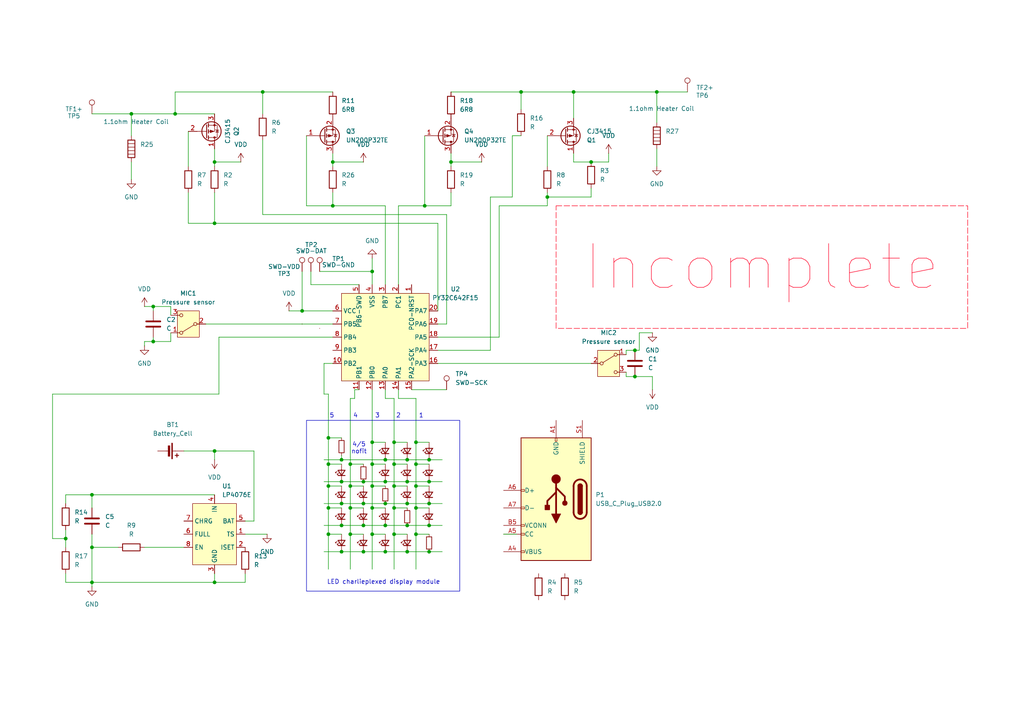
<source format=kicad_sch>
(kicad_sch (version 20231120) (generator "eeschema") (generator_version "8.0")
  (paper "A4")
  (title_block (title "Hayati Pro Ultra e-cigarette") (date "2024-12-29"))
  (lib_symbols
    (symbol "Battery_Management_Local:LP4076E"
      (property "Reference" "U" (at -6.604 10.668 0))
      (property "Value" "LP4076E" (at 11.43 9.652 0))
      (symbol "LP4076E_1_1"
        (rectangle (start -6.35 8.89) (end 6.35 -8.89) (fill (type background)))
        (pin input line (at 8.89 0 180) (length 2.54) (name "TS") (number "1"))
        (pin input line (at 8.89 -3.81 180) (length 2.54) (name "ISET") (number "2"))
        (pin power_in line (at 0 -11.43 90) (length 2.54) (name "GND") (number "3"))
        (pin power_in line (at 0 11.43 270) (length 2.54) (name "IN") (number "4"))
        (pin power_out line (at 8.89 3.81 180) (length 2.54) (name "BAT") (number "5"))
        (pin input line (at -8.89 0 0) (length 2.54) (name "FULL") (number "6"))
        (pin input line (at -8.89 3.81 0) (length 2.54) (name "CHRG") (number "7"))
        (pin input line (at -8.89 -3.81 0) (length 2.54) (name "EN") (number "8"))
      )
    )
    (symbol "Connector:TestPoint" (pin_numbers hide) (pin_names (offset 0.762) hide)
      (property "Reference" "TP" (at 0 6.858 0))
      (property "Value" "TestPoint" (at 0 5.08 0))
      (symbol "TestPoint_0_1"
        (circle (center 0 3.302) (radius 0.762))
      )
      (symbol "TestPoint_1_1"
        (pin passive line (at 0 0 90) (length 2.54) (name "1") (number "1"))
      )
    )
    (symbol "Connector:USB_C_Plug_USB2.0" (pin_names (offset 1.016))
      (property "Reference" "P" (at -10.16 19.05 0))
      (property "Value" "USB_C_Plug_USB2.0" (at 12.7 19.05 0))
      (symbol "USB_C_Plug_USB2.0_0_0"
        (rectangle (start -0.254 -17.78) (end 0.254 -16.764))
        (rectangle (start 10.16 -2.286) (end 9.144 -2.794))
        (rectangle (start 10.16 2.794) (end 9.144 2.286))
        (rectangle (start 10.16 7.874) (end 9.144 7.366))
        (rectangle (start 10.16 10.414) (end 9.144 9.906))
        (rectangle (start 10.16 15.494) (end 9.144 14.986))
      )
      (symbol "USB_C_Plug_USB2.0_0_1"
        (rectangle (start -10.16 17.78) (end 10.16 -17.78) (stroke (width 0.254)) (fill (type background)))
        (arc (start -8.89 -3.81) (mid -6.985 -5.7067) (end -5.08 -3.81) (stroke (width 0.508)))
        (arc (start -7.62 -3.81) (mid -6.985 -4.4423) (end -6.35 -3.81) (stroke (width 0.254)))
        (arc (start -7.62 -3.81) (mid -6.985 -4.4423) (end -6.35 -3.81) (stroke (width 0.254)) (fill (type outline)))
        (rectangle (start -7.62 -3.81) (end -6.35 3.81) (stroke (width 0.254)) (fill (type outline)))
        (arc (start -6.35 3.81) (mid -6.985 4.4423) (end -7.62 3.81) (stroke (width 0.254)))
        (arc (start -6.35 3.81) (mid -6.985 4.4423) (end -7.62 3.81) (stroke (width 0.254)) (fill (type outline)))
        (arc (start -5.08 3.81) (mid -6.985 5.7067) (end -8.89 3.81) (stroke (width 0.508)))
        (circle (center -2.54 1.143) (radius 0.635) (stroke (width 0.254)) (fill (type outline)))
        (circle (center 0 -5.842) (radius 1.27) (fill (type outline)))
        (polyline (pts (xy -8.89 -3.81) (xy -8.89 3.81)) (stroke (width 0.508)))
        (polyline (pts (xy -5.08 3.81) (xy -5.08 -3.81)) (stroke (width 0.508)))
        (polyline (pts (xy 0 -5.842) (xy 0 4.318)) (stroke (width 0.508)))
        (polyline (pts (xy 0 -3.302) (xy -2.54 -0.762) (xy -2.54 0.508)) (stroke (width 0.508)))
        (polyline (pts (xy 0 -2.032) (xy 2.54 0.508) (xy 2.54 1.778)) (stroke (width 0.508)))
        (polyline (pts (xy -1.27 4.318) (xy 0 6.858) (xy 1.27 4.318) (xy -1.27 4.318)) (stroke (width 0.254)) (fill (type outline)))
        (rectangle (start 1.905 1.778) (end 3.175 3.048) (stroke (width 0.254)) (fill (type outline)))
      )
      (symbol "USB_C_Plug_USB2.0_1_1"
        (pin passive line (at 0 -22.86 90) (length 5.08) (name "GND") (number "A1"))
        (pin passive line (at 0 -22.86 90) (length 5.08) hide (name "GND") (number "A12"))
        (pin passive line (at 15.24 15.24 180) (length 5.08) (name "VBUS") (number "A4"))
        (pin bidirectional line (at 15.24 10.16 180) (length 5.08) (name "CC") (number "A5"))
        (pin bidirectional line (at 15.24 -2.54 180) (length 5.08) (name "D+") (number "A6"))
        (pin bidirectional line (at 15.24 2.54 180) (length 5.08) (name "D-") (number "A7"))
        (pin passive line (at 15.24 15.24 180) (length 5.08) hide (name "VBUS") (number "A9"))
        (pin passive line (at 0 -22.86 90) (length 5.08) hide (name "GND") (number "B1"))
        (pin passive line (at 0 -22.86 90) (length 5.08) hide (name "GND") (number "B12"))
        (pin passive line (at 15.24 15.24 180) (length 5.08) hide (name "VBUS") (number "B4"))
        (pin bidirectional line (at 15.24 7.62 180) (length 5.08) (name "VCONN") (number "B5"))
        (pin passive line (at 15.24 15.24 180) (length 5.08) hide (name "VBUS") (number "B9"))
        (pin passive line (at -7.62 -22.86 90) (length 5.08) (name "SHIELD") (number "S1"))
      )
    )
    (symbol "Device:Battery_Cell" (pin_numbers hide) (pin_names (offset 0) hide)
      (property "Reference" "BT" (at 2.54 2.54 0))
      (property "Value" "Battery_Cell" (at 2.54 0 0))
      (symbol "Battery_Cell_0_1"
        (rectangle (start -2.286 1.778) (end 2.286 1.524) (fill (type outline)))
        (rectangle (start -1.524 1.016) (end 1.524 0.508) (fill (type outline)))
        (polyline (pts (xy 0 0.762) (xy 0 0)))
        (polyline (pts (xy 0 1.778) (xy 0 2.54)))
        (polyline (pts (xy 0.762 3.048) (xy 1.778 3.048)) (stroke (width 0.254)))
        (polyline (pts (xy 1.27 3.556) (xy 1.27 2.54)) (stroke (width 0.254)))
      )
      (symbol "Battery_Cell_1_1"
        (pin passive line (at 0 5.08 270) (length 2.54) (name "+") (number "1"))
        (pin passive line (at 0 -2.54 90) (length 2.54) (name "-") (number "2"))
      )
    )
    (symbol "Device:C" (pin_numbers hide) (pin_names (offset 0.254))
      (property "Reference" "C" (at 0.635 2.54 0))
      (property "Value" "C" (at 0.635 -2.54 0))
      (symbol "C_0_1"
        (polyline (pts (xy -2.032 -0.762) (xy 2.032 -0.762)) (stroke (width 0.508)))
        (polyline (pts (xy -2.032 0.762) (xy 2.032 0.762)) (stroke (width 0.508)))
      )
      (symbol "C_1_1"
        (pin passive line (at 0 3.81 270) (length 2.794) (name "~") (number "1"))
        (pin passive line (at 0 -3.81 90) (length 2.794) (name "~") (number "2"))
      )
    )
    (symbol "Device:Heater" (pin_numbers hide) (pin_names (offset 0))
      (property "Reference" "R" (at 2.032 0 90))
      (property "Value" "Heater" (at -2.032 0 90))
      (symbol "Heater_0_1"
        (rectangle (start -1.016 -2.54) (end 1.016 2.54) (stroke (width 0.254)))
        (polyline (pts (xy -1.016 1.524) (xy 1.016 1.524)))
        (polyline (pts (xy 1.016 -1.524) (xy -1.016 -1.524)))
        (polyline (pts (xy 1.016 -0.508) (xy -1.016 -0.508)))
        (polyline (pts (xy 1.016 0.508) (xy -1.016 0.508)))
      )
      (symbol "Heater_1_1"
        (pin passive line (at 0 3.81 270) (length 1.27) (name "~") (number "1"))
        (pin passive line (at 0 -3.81 90) (length 1.27) (name "~") (number "2"))
      )
    )
    (symbol "Device:LED_Small" (pin_numbers hide) (pin_names (offset 0.254) hide)
      (property "Reference" "D" (at -1.27 3.175 0))
      (property "Value" "LED_Small" (at -4.445 -2.54 0))
      (symbol "LED_Small_0_1"
        (polyline (pts (xy -0.762 -1.016) (xy -0.762 1.016)) (stroke (width 0.254)))
        (polyline (pts (xy 1.016 0) (xy -0.762 0)))
        (polyline (pts (xy 0.762 -1.016) (xy -0.762 0) (xy 0.762 1.016) (xy 0.762 -1.016)) (stroke (width 0.254)))
        (polyline (pts (xy 0 0.762) (xy -0.508 1.27) (xy -0.254 1.27) (xy -0.508 1.27) (xy -0.508 1.016)))
        (polyline (pts (xy 0.508 1.27) (xy 0 1.778) (xy 0.254 1.778) (xy 0 1.778) (xy 0 1.524)))
      )
      (symbol "LED_Small_1_1"
        (pin passive line (at -2.54 0 0) (length 1.778) (name "K") (number "1"))
        (pin passive line (at 2.54 0 180) (length 1.778) (name "A") (number "2"))
      )
    )
    (symbol "Device:R" (pin_numbers hide) (pin_names (offset 0))
      (property "Reference" "R" (at 2.032 0 90))
      (property "Value" "R" (at 0 0 90))
      (symbol "R_0_1"
        (rectangle (start -1.016 -2.54) (end 1.016 2.54) (stroke (width 0.254)))
      )
      (symbol "R_1_1"
        (pin passive line (at 0 3.81 270) (length 1.27) (name "~") (number "1"))
        (pin passive line (at 0 -3.81 90) (length 1.27) (name "~") (number "2"))
      )
    )
    (symbol "Device:R_Small" (pin_numbers hide) (pin_names (offset 0.254) hide)
      (property "Reference" "R" (at 0.762 0.508 0))
      (property "Value" "R_Small" (at 0.762 -1.016 0))
      (symbol "R_Small_0_1"
        (rectangle (start -0.762 1.778) (end 0.762 -1.778) (stroke (width 0.2032)))
      )
      (symbol "R_Small_1_1"
        (pin passive line (at 0 2.54 270) (length 0.762) (name "~") (number "1"))
        (pin passive line (at 0 -2.54 90) (length 0.762) (name "~") (number "2"))
      )
    )
    (symbol "MCU_Puya:PY32C642F15"
      (property "Reference" "U" (at 24.13 7.62 0))
      (property "Value" "PY32C642F15" (at 20.066 12.954 0))
      (symbol "PY32C642F15_0_1"
        (rectangle (start -3.81 -24.13) (end -3.81 -24.13))
        (rectangle (start -3.81 -24.13) (end -3.81 -24.13))
        (rectangle (start -3.81 -24.13) (end -3.81 -24.13))
        (rectangle (start -2.54 -19.05) (end -2.54 -19.05))
        (rectangle (start -2.54 -19.05) (end -2.54 -19.05))
      )
      (symbol "PY32C642F15_1_0"
        (pin bidirectional line (at -15.24 7.62 0) (length 2.54) (name "PC0-NRST") (number "1"))
        (pin bidirectional line (at 7.62 -15.24 90) (length 2.54) (name "PB2") (number "10"))
        (pin bidirectional line (at 15.24 -7.62 180) (length 2.54) (name "PB1") (number "11"))
        (pin bidirectional line (at 15.24 -3.81 180) (length 2.54) (name "PB0") (number "12"))
        (pin bidirectional line (at 15.24 0 180) (length 2.54) (name "PA0") (number "13"))
        (pin bidirectional line (at 15.24 3.81 180) (length 2.54) (name "PA1") (number "14"))
        (pin bidirectional line (at 15.24 7.62 180) (length 2.54) (name "PA2-SCK") (number "15"))
        (pin bidirectional line (at 7.62 15.24 270) (length 2.54) (name "PA3") (number "16"))
        (pin bidirectional line (at 3.81 15.24 270) (length 2.54) (name "PA4") (number "17"))
        (pin bidirectional line (at 0 15.24 270) (length 2.54) (name "PA5") (number "18"))
        (pin bidirectional line (at -3.81 15.24 270) (length 2.54) (name "PA6") (number "19"))
        (pin bidirectional line (at -15.24 3.81 0) (length 2.54) (name "PC1") (number "2"))
        (pin bidirectional line (at -7.62 15.24 270) (length 2.54) (name "PA7") (number "20"))
        (pin bidirectional line (at -15.24 0 0) (length 2.54) (name "PB7") (number "3"))
        (pin power_in line (at -15.24 -3.81 0) (length 2.54) (name "VSS") (number "4"))
        (pin bidirectional line (at -15.24 -7.62 0) (length 2.54) (name "PB6-SWD") (number "5"))
        (pin power_in line (at -7.62 -15.24 90) (length 2.54) (name "VCC") (number "6"))
        (pin bidirectional line (at -3.81 -15.24 90) (length 2.54) (name "PB5") (number "7"))
        (pin bidirectional line (at 0 -15.24 90) (length 2.54) (name "PB4") (number "8"))
        (pin bidirectional line (at 3.81 -15.24 90) (length 2.54) (name "PB3") (number "9"))
      )
      (symbol "PY32C642F15_1_1"
        (rectangle (start -12.7 12.7) (end 12.7 -12.7) (fill (type background)))
      )
    )
    (symbol "Switch:SW_SPDT" (pin_names (offset 0) hide)
      (property "Reference" "SW" (at 0 5.08 0))
      (property "Value" "SW_SPDT" (at 0 -5.08 0))
      (symbol "SW_SPDT_0_1"
        (circle (center -2.032 0) (radius 0.4572))
        (polyline (pts (xy -1.651 0.254) (xy 1.651 2.286)))
        (circle (center 2.032 -2.54) (radius 0.4572))
        (circle (center 2.032 2.54) (radius 0.4572))
      )
      (symbol "SW_SPDT_1_1"
        (rectangle (start -3.175 3.81) (end 3.175 -3.81) (fill (type background)))
        (pin passive line (at 5.08 2.54 180) (length 2.54) (name "A") (number "1"))
        (pin passive line (at -5.08 0 0) (length 2.54) (name "B") (number "2"))
        (pin passive line (at 5.08 -2.54 180) (length 2.54) (name "C") (number "3"))
      )
    )
    (symbol "Transistor_FET_local:CJ3415" (pin_names hide)
      (property "Reference" "Q" (at 5.08 1.905 0))
      (property "Value" "CJ3415" (at 5.08 0 0))
      (symbol "CJ3415_0_1"
        (polyline (pts (xy 0.254 0) (xy -2.54 0)))
        (polyline (pts (xy 0.254 1.905) (xy 0.254 -1.905)) (stroke (width 0.254)))
        (polyline (pts (xy 0.762 -1.27) (xy 0.762 -2.286)) (stroke (width 0.254)))
        (polyline (pts (xy 0.762 0.508) (xy 0.762 -0.508)) (stroke (width 0.254)))
        (polyline (pts (xy 0.762 2.286) (xy 0.762 1.27)) (stroke (width 0.254)))
        (polyline (pts (xy 2.54 2.54) (xy 2.54 1.778)))
        (polyline (pts (xy 2.54 -2.54) (xy 2.54 0) (xy 0.762 0)))
        (polyline (pts (xy 0.762 1.778) (xy 3.302 1.778) (xy 3.302 -1.778) (xy 0.762 -1.778)))
        (polyline (pts (xy 2.286 0) (xy 1.27 0.381) (xy 1.27 -0.381) (xy 2.286 0)) (fill (type outline)))
        (polyline (pts (xy 2.794 -0.508) (xy 2.921 -0.381) (xy 3.683 -0.381) (xy 3.81 -0.254)))
        (polyline (pts (xy 3.302 -0.381) (xy 2.921 0.254) (xy 3.683 0.254) (xy 3.302 -0.381)))
        (circle (center 1.651 0) (radius 2.794) (stroke (width 0.254)))
        (circle (center 2.54 -1.778) (radius 0.254) (fill (type outline)))
        (circle (center 2.54 1.778) (radius 0.254) (fill (type outline)))
      )
      (symbol "CJ3415_1_1"
        (pin passive line (at 2.54 5.08 270) (length 2.54) (name "D") (number "1"))
        (pin input line (at -5.08 0 0) (length 2.54) (name "G") (number "2"))
        (pin passive line (at 2.54 -5.08 90) (length 2.54) (name "S") (number "3"))
      )
    )
    (symbol "Transistor_FET_local:UN200P32TE" (pin_names hide)
      (property "Reference" "Q" (at 5.08 2.54 0))
      (property "Value" "UN200P32TE" (at 5.08 0 0))
      (symbol "UN200P32TE_1_1"
        (polyline (pts (xy -1.016 0) (xy -3.81 0)))
        (polyline (pts (xy -1.016 1.905) (xy -1.016 -1.905)) (stroke (width 0.254)))
        (polyline (pts (xy -0.508 -1.27) (xy -0.508 -2.286)) (stroke (width 0.254)))
        (polyline (pts (xy -0.508 0.508) (xy -0.508 -0.508)) (stroke (width 0.254)))
        (polyline (pts (xy -0.508 2.286) (xy -0.508 1.27)) (stroke (width 0.254)))
        (polyline (pts (xy 1.27 -1.905) (xy 1.27 -2.54)))
        (polyline (pts (xy 1.27 2.54) (xy 1.27 0) (xy -0.508 0)))
        (polyline (pts (xy -0.508 -1.778) (xy 2.032 -1.778) (xy 2.032 1.778) (xy -0.508 1.778)))
        (polyline (pts (xy 1.016 0) (xy 0 -0.381) (xy 0 0.381) (xy 1.016 0)) (fill (type outline)))
        (polyline (pts (xy 1.524 0.508) (xy 1.651 0.381) (xy 2.413 0.381) (xy 2.54 0.254)))
        (polyline (pts (xy 2.032 0.381) (xy 1.651 -0.254) (xy 2.413 -0.254) (xy 2.032 0.381)))
        (circle (center 0.381 0) (radius 2.794) (stroke (width 0.254)))
        (circle (center 1.27 -1.778) (radius 0.254) (fill (type outline)))
        (circle (center 1.27 1.778) (radius 0.254) (fill (type outline)))
        (pin input line (at -6.35 0 0) (length 2.54) (name "GP") (number "1"))
        (pin passive line (at 1.27 5.08 270) (length 2.54) (name "SP") (number "2"))
        (pin passive line (at 1.27 -5.08 90) (length 2.54) (name "DP") (number "3"))
      )
    )
    (symbol "power:GND" (power) (pin_numbers hide) (pin_names (offset 0) hide)
      (property "Value" "GND" (at 0 -3.81 0))
      (symbol "GND_0_1"
        (polyline (pts (xy 0 0) (xy 0 -1.27) (xy 1.27 -1.27) (xy 0 -2.54) (xy -1.27 -1.27) (xy 0 -1.27)))
      )
      (symbol "GND_1_1"
        (pin power_in line (at 0 0 270) (length 0) (name "~") (number "1"))
      )
    )
    (symbol "power:VDD" (power) (pin_numbers hide) (pin_names (offset 0) hide)
      (property "Value" "VDD" (at 0 3.556 0))
      (symbol "VDD_0_1"
        (polyline (pts (xy -0.762 1.27) (xy 0 2.54)))
        (polyline (pts (xy 0 0) (xy 0 2.54)))
        (polyline (pts (xy 0 2.54) (xy 0.762 1.27)))
      )
      (symbol "VDD_1_1"
        (pin power_in line (at 0 0 90) (length 0) (name "~") (number "1"))
      )
    )
  )
  (junction (at 130.81 46.99))
  (junction (at 123.19 59.69))
  (junction (at 124.46 133.35))
  (junction (at 111.76 139.7))
  (junction (at 111.76 152.4))
  (junction (at 166.37 26.67))
  (junction (at 118.11 133.35))
  (junction (at 105.41 139.7))
  (junction (at 151.13 26.67))
  (junction (at 44.45 88.9))
  (junction (at 111.76 146.05))
  (junction (at 118.11 146.05))
  (junction (at 184.15 101.6))
  (junction (at 62.23 64.77))
  (junction (at 120.65 147.32))
  (junction (at 76.2 26.67))
  (junction (at 19.05 156.21))
  (junction (at 96.52 59.69))
  (junction (at 96.52 46.99))
  (junction (at 114.3 154.94))
  (junction (at 107.95 128.27))
  (junction (at 62.23 168.91))
  (junction (at 99.06 146.05))
  (junction (at 99.06 133.35))
  (junction (at 124.46 152.4))
  (junction (at 107.95 134.62))
  (junction (at 105.41 160.02))
  (junction (at 158.75 57.15))
  (junction (at 62.23 130.81))
  (junction (at 124.46 160.02))
  (junction (at 99.06 152.4))
  (junction (at 95.25 147.32))
  (junction (at 118.11 152.4))
  (junction (at 111.76 160.02))
  (junction (at 99.06 160.02))
  (junction (at 120.65 140.97))
  (junction (at 124.46 146.05))
  (junction (at 101.6 140.97))
  (junction (at 26.67 168.91))
  (junction (at 114.3 147.32))
  (junction (at 101.6 154.94))
  (junction (at 87.63 90.17))
  (junction (at 118.11 139.7))
  (junction (at 95.25 134.62))
  (junction (at 38.1 33.02))
  (junction (at 107.95 78.74))
  (junction (at 50.8 33.02))
  (junction (at 111.76 133.35))
  (junction (at 105.41 152.4))
  (junction (at 120.65 128.27))
  (junction (at 62.23 46.99))
  (junction (at 120.65 154.94))
  (junction (at 101.6 147.32))
  (junction (at 101.6 134.62))
  (junction (at 107.95 140.97))
  (junction (at 44.45 99.06))
  (junction (at 95.25 127))
  (junction (at 26.67 158.75))
  (junction (at 184.15 109.22))
  (junction (at 105.41 146.05))
  (junction (at 114.3 128.27))
  (junction (at 95.25 140.97))
  (junction (at 107.95 147.32))
  (junction (at 120.65 134.62))
  (junction (at 114.3 140.97))
  (junction (at 171.45 46.99))
  (junction (at 26.67 143.51))
  (junction (at 118.11 160.02))
  (junction (at 190.5 26.67))
  (junction (at 107.95 154.94))
  (junction (at 124.46 139.7))
  (junction (at 114.3 134.62))
  (junction (at 95.25 154.94))
  (junction (at 99.06 139.7))
  (wire (pts (xy 26.67 168.91) (xy 26.67 158.75)))
  (wire (pts (xy 115.57 115.57) (xy 115.57 113.03)))
  (wire (pts (xy 115.57 59.69) (xy 123.19 59.69)))
  (wire (pts (xy 120.65 147.32) (xy 120.65 154.94)))
  (wire (pts (xy 87.63 78.74) (xy 87.63 90.17)))
  (wire (pts (xy 111.76 139.7) (xy 118.11 139.7)))
  (wire (pts (xy 26.67 170.18) (xy 26.67 168.91)))
  (wire (pts (xy 41.91 158.75) (xy 53.34 158.75)))
  (wire (pts (xy 114.3 154.94) (xy 118.11 154.94)))
  (wire (pts (xy 93.98 146.05) (xy 99.06 146.05)))
  (wire (pts (xy 93.98 139.7) (xy 99.06 139.7)))
  (wire (pts (xy 111.76 146.05) (xy 118.11 146.05)))
  (wire (pts (xy 101.6 115.57) (xy 102.87 115.57)))
  (wire (pts (xy 90.17 82.55) (xy 104.14 82.55)))
  (wire (pts (xy 127 105.41) (xy 171.45 105.41)))
  (wire (pts (xy 111.76 115.57) (xy 111.76 113.03)))
  (wire (pts (xy 26.67 143.51) (xy 62.23 143.51)))
  (wire (pts (xy 115.57 82.55) (xy 115.57 59.69)))
  (wire (pts (xy 93.98 105.41) (xy 93.98 114.3)))
  (wire (pts (xy 158.75 39.37) (xy 158.75 48.26)))
  (wire (pts (xy 62.23 130.81) (xy 62.23 133.35)))
  (wire (pts (xy 99.06 160.02) (xy 105.41 160.02)))
  (wire (pts (xy 127 93.98) (xy 129.54 93.98)))
  (wire (pts (xy 101.6 134.62) (xy 101.6 140.97)))
  (wire (pts (xy 111.76 59.69) (xy 96.52 59.69)))
  (wire (pts (xy 62.23 55.88) (xy 62.23 64.77)))
  (wire (pts (xy 92.71 78.74) (xy 107.95 78.74)))
  (wire (pts (xy 114.3 115.57) (xy 114.3 128.27)))
  (wire (pts (xy 111.76 160.02) (xy 118.11 160.02)))
  (wire (pts (xy 107.95 134.62) (xy 111.76 134.62)))
  (wire (pts (xy 142.24 57.15) (xy 148.59 57.15)))
  (wire (pts (xy 76.2 33.02) (xy 76.2 26.67)))
  (wire (pts (xy 26.67 143.51) (xy 26.67 147.32)))
  (wire (pts (xy 120.65 140.97) (xy 124.46 140.97)))
  (wire (pts (xy 107.95 140.97) (xy 111.76 140.97)))
  (wire (pts (xy 123.19 59.69) (xy 123.19 39.37)))
  (wire (pts (xy 54.61 64.77) (xy 62.23 64.77)))
  (wire (pts (xy 184.15 109.22) (xy 189.23 109.22)))
  (wire (pts (xy 114.3 140.97) (xy 118.11 140.97)))
  (wire (pts (xy 148.59 39.37) (xy 151.13 39.37)))
  (wire (pts (xy 38.1 46.99) (xy 38.1 52.07)))
  (wire (pts (xy 101.6 154.94) (xy 105.41 154.94)))
  (wire (pts (xy 130.81 46.99) (xy 130.81 48.26)))
  (wire (pts (xy 111.76 133.35) (xy 118.11 133.35)))
  (wire (pts (xy 38.1 33.02) (xy 50.8 33.02)))
  (wire (pts (xy 50.8 33.02) (xy 62.23 33.02)))
  (wire (pts (xy 118.11 133.35) (xy 124.46 133.35)))
  (wire (pts (xy 142.24 101.6) (xy 142.24 57.15)))
  (wire (pts (xy 127 90.17) (xy 127 64.77)))
  (wire (pts (xy 190.5 43.18) (xy 190.5 48.26)))
  (wire (pts (xy 158.75 57.15) (xy 158.75 59.69)))
  (wire (pts (xy 171.45 54.61) (xy 171.45 57.15)))
  (wire (pts (xy 101.6 140.97) (xy 101.6 147.32)))
  (wire (pts (xy 53.34 130.81) (xy 62.23 130.81)))
  (wire (pts (xy 107.95 113.03) (xy 107.95 128.27)))
  (wire (pts (xy 44.45 88.9) (xy 44.45 90.17)))
  (wire (pts (xy 44.45 99.06) (xy 49.53 99.06)))
  (wire (pts (xy 62.23 166.37) (xy 62.23 168.91)))
  (wire (pts (xy 99.06 132.08) (xy 99.06 133.35)))
  (wire (pts (xy 105.41 139.7) (xy 111.76 139.7)))
  (wire (pts (xy 151.13 26.67) (xy 166.37 26.67)))
  (wire (pts (xy 127 97.79) (xy 144.78 97.79)))
  (wire (pts (xy 118.11 152.4) (xy 124.46 152.4)))
  (wire (pts (xy 95.25 134.62) (xy 99.06 134.62)))
  (wire (pts (xy 124.46 139.7) (xy 128.27 139.7)))
  (wire (pts (xy 19.05 153.67) (xy 19.05 156.21)))
  (wire (pts (xy 107.95 147.32) (xy 107.95 154.94)))
  (wire (pts (xy 76.2 62.23) (xy 129.54 62.23)))
  (wire (pts (xy 120.65 140.97) (xy 120.65 147.32)))
  (wire (pts (xy 76.2 26.67) (xy 50.8 26.67)))
  (wire (pts (xy 107.95 147.32) (xy 111.76 147.32)))
  (wire (pts (xy 62.23 130.81) (xy 73.66 130.81)))
  (wire (pts (xy 127 101.6) (xy 142.24 101.6)))
  (wire (pts (xy 15.24 156.21) (xy 19.05 156.21)))
  (wire (pts (xy 95.25 147.32) (xy 99.06 147.32)))
  (wire (pts (xy 148.59 57.15) (xy 148.59 39.37)))
  (wire (pts (xy 166.37 34.29) (xy 166.37 26.67)))
  (wire (pts (xy 26.67 154.94) (xy 26.67 158.75)))
  (wire (pts (xy 96.52 46.99) (xy 105.41 46.99)))
  (wire (pts (xy 144.78 97.79) (xy 144.78 59.69)))
  (wire (pts (xy 93.98 160.02) (xy 99.06 160.02)))
  (wire (pts (xy 144.78 59.69) (xy 158.75 59.69)))
  (wire (pts (xy 59.69 93.98) (xy 96.52 93.98)))
  (wire (pts (xy 71.12 151.13) (xy 73.66 151.13)))
  (wire (pts (xy 96.52 97.79) (xy 63.5 97.79)))
  (wire (pts (xy 114.3 128.27) (xy 114.3 134.62)))
  (wire (pts (xy 95.25 154.94) (xy 99.06 154.94)))
  (wire (pts (xy 26.67 143.51) (xy 19.05 143.51)))
  (wire (pts (xy 38.1 39.37) (xy 38.1 33.02)))
  (wire (pts (xy 185.42 96.52) (xy 185.42 101.6)))
  (wire (pts (xy 105.41 160.02) (xy 111.76 160.02)))
  (wire (pts (xy 114.3 134.62) (xy 118.11 134.62)))
  (wire (pts (xy 96.52 46.99) (xy 96.52 44.45)))
  (wire (pts (xy 96.52 48.26) (xy 96.52 46.99)))
  (wire (pts (xy 181.61 109.22) (xy 184.15 109.22)))
  (wire (pts (xy 41.91 99.06) (xy 44.45 99.06)))
  (wire (pts (xy 107.95 78.74) (xy 107.95 82.55)))
  (wire (pts (xy 19.05 143.51) (xy 19.05 146.05)))
  (wire (pts (xy 130.81 26.67) (xy 151.13 26.67)))
  (wire (pts (xy 62.23 43.18) (xy 62.23 46.99)))
  (wire (pts (xy 90.17 78.74) (xy 90.17 82.55)))
  (wire (pts (xy 54.61 55.88) (xy 54.61 64.77)))
  (wire (pts (xy 124.46 133.35) (xy 128.27 133.35)))
  (wire (pts (xy 181.61 102.87) (xy 181.61 101.6)))
  (wire (pts (xy 158.75 55.88) (xy 158.75 57.15)))
  (wire (pts (xy 120.65 134.62) (xy 120.65 140.97)))
  (wire (pts (xy 171.45 57.15) (xy 158.75 57.15)))
  (wire (pts (xy 176.53 44.45) (xy 176.53 46.99)))
  (wire (pts (xy 95.25 140.97) (xy 95.25 147.32)))
  (wire (pts (xy 102.87 115.57) (xy 102.87 113.03)))
  (wire (pts (xy 111.76 82.55) (xy 111.76 59.69)))
  (wire (pts (xy 15.24 114.3) (xy 15.24 156.21)))
  (wire (pts (xy 19.05 168.91) (xy 26.67 168.91)))
  (wire (pts (xy 107.95 154.94) (xy 111.76 154.94)))
  (wire (pts (xy 41.91 99.06) (xy 41.91 100.33)))
  (wire (pts (xy 95.25 127) (xy 95.25 134.62)))
  (wire (pts (xy 101.6 134.62) (xy 105.41 134.62)))
  (wire (pts (xy 95.25 134.62) (xy 95.25 140.97)))
  (wire (pts (xy 87.63 90.17) (xy 96.52 90.17)))
  (wire (pts (xy 184.15 101.6) (xy 185.42 101.6)))
  (wire (pts (xy 111.76 152.4) (xy 118.11 152.4)))
  (wire (pts (xy 96.52 55.88) (xy 96.52 59.69)))
  (wire (pts (xy 101.6 147.32) (xy 101.6 154.94)))
  (wire (pts (xy 95.25 147.32) (xy 95.25 154.94)))
  (wire (pts (xy 129.54 62.23) (xy 129.54 93.98)))
  (wire (pts (xy 102.87 113.03) (xy 104.14 113.03)))
  (wire (pts (xy 114.3 128.27) (xy 118.11 128.27)))
  (wire (pts (xy 119.38 113.03) (xy 129.54 113.03)))
  (wire (pts (xy 181.61 107.95) (xy 181.61 109.22)))
  (wire (pts (xy 63.5 97.79) (xy 63.5 114.3)))
  (wire (pts (xy 101.6 140.97) (xy 105.41 140.97)))
  (wire (pts (xy 44.45 88.9) (xy 49.53 88.9)))
  (wire (pts (xy 190.5 35.56) (xy 190.5 26.67)))
  (wire (pts (xy 107.95 140.97) (xy 107.95 147.32)))
  (wire (pts (xy 99.06 133.35) (xy 111.76 133.35)))
  (wire (pts (xy 93.98 152.4) (xy 99.06 152.4)))
  (wire (pts (xy 71.12 154.94) (xy 77.47 154.94)))
  (wire (pts (xy 120.65 115.57) (xy 120.65 128.27)))
  (wire (pts (xy 149.86 154.94) (xy 146.05 154.94)))
  (wire (pts (xy 95.25 154.94) (xy 95.25 165.1)))
  (wire (pts (xy 95.25 114.3) (xy 95.25 127)))
  (wire (pts (xy 114.3 140.97) (xy 114.3 147.32)))
  (wire (pts (xy 124.46 152.4) (xy 128.27 152.4)))
  (wire (pts (xy 166.37 26.67) (xy 190.5 26.67)))
  (wire (pts (xy 185.42 96.52) (xy 189.23 96.52)))
  (wire (pts (xy 88.9 39.37) (xy 88.9 59.69)))
  (wire (pts (xy 83.82 90.17) (xy 87.63 90.17)))
  (wire (pts (xy 93.98 133.35) (xy 99.06 133.35)))
  (wire (pts (xy 107.95 154.94) (xy 107.95 165.1)))
  (wire (pts (xy 130.81 59.69) (xy 123.19 59.69)))
  (wire (pts (xy 95.25 127) (xy 99.06 127)))
  (wire (pts (xy 118.11 160.02) (xy 124.46 160.02)))
  (wire (pts (xy 120.65 154.94) (xy 120.65 165.1)))
  (wire (pts (xy 114.3 154.94) (xy 114.3 165.1)))
  (wire (pts (xy 19.05 166.37) (xy 19.05 168.91)))
  (wire (pts (xy 26.67 158.75) (xy 34.29 158.75)))
  (wire (pts (xy 151.13 26.67) (xy 151.13 31.75)))
  (wire (pts (xy 99.06 146.05) (xy 105.41 146.05)))
  (wire (pts (xy 120.65 134.62) (xy 124.46 134.62)))
  (wire (pts (xy 171.45 46.99) (xy 166.37 46.99)))
  (wire (pts (xy 62.23 168.91) (xy 71.12 168.91)))
  (wire (pts (xy 124.46 160.02) (xy 128.27 160.02)))
  (wire (pts (xy 189.23 109.22) (xy 189.23 113.03)))
  (wire (pts (xy 181.61 101.6) (xy 184.15 101.6)))
  (wire (pts (xy 115.57 115.57) (xy 120.65 115.57)))
  (wire (pts (xy 107.95 74.93) (xy 107.95 78.74)))
  (wire (pts (xy 114.3 147.32) (xy 118.11 147.32)))
  (wire (pts (xy 76.2 40.64) (xy 76.2 62.23)))
  (wire (pts (xy 62.23 46.99) (xy 69.85 46.99)))
  (wire (pts (xy 118.11 146.05) (xy 124.46 146.05)))
  (wire (pts (xy 120.65 128.27) (xy 124.46 128.27)))
  (wire (pts (xy 96.52 26.67) (xy 76.2 26.67)))
  (wire (pts (xy 99.06 152.4) (xy 105.41 152.4)))
  (wire (pts (xy 190.5 26.67) (xy 199.39 26.67)))
  (wire (pts (xy 93.98 114.3) (xy 95.25 114.3)))
  (wire (pts (xy 44.45 97.79) (xy 44.45 99.06)))
  (wire (pts (xy 114.3 147.32) (xy 114.3 154.94)))
  (wire (pts (xy 62.23 46.99) (xy 62.23 48.26)))
  (wire (pts (xy 41.91 88.9) (xy 44.45 88.9)))
  (wire (pts (xy 49.53 99.06) (xy 49.53 96.52)))
  (wire (pts (xy 120.65 154.94) (xy 124.46 154.94)))
  (wire (pts (xy 107.95 134.62) (xy 107.95 140.97)))
  (wire (pts (xy 166.37 44.45) (xy 166.37 46.99)))
  (wire (pts (xy 19.05 156.21) (xy 19.05 158.75)))
  (wire (pts (xy 105.41 152.4) (xy 111.76 152.4)))
  (wire (pts (xy 176.53 46.99) (xy 171.45 46.99)))
  (wire (pts (xy 107.95 128.27) (xy 111.76 128.27)))
  (wire (pts (xy 71.12 166.37) (xy 71.12 168.91)))
  (wire (pts (xy 130.81 44.45) (xy 130.81 46.99)))
  (wire (pts (xy 101.6 115.57) (xy 101.6 134.62)))
  (wire (pts (xy 95.25 140.97) (xy 99.06 140.97)))
  (wire (pts (xy 101.6 147.32) (xy 105.41 147.32)))
  (wire (pts (xy 107.95 128.27) (xy 107.95 134.62)))
  (wire (pts (xy 101.6 154.94) (xy 101.6 165.1)))
  (wire (pts (xy 118.11 139.7) (xy 124.46 139.7)))
  (wire (pts (xy 114.3 115.57) (xy 111.76 115.57)))
  (wire (pts (xy 50.8 26.67) (xy 50.8 33.02)))
  (wire (pts (xy 99.06 139.7) (xy 105.41 139.7)))
  (wire (pts (xy 130.81 46.99) (xy 139.7 46.99)))
  (wire (pts (xy 96.52 105.41) (xy 93.98 105.41)))
  (wire (pts (xy 54.61 48.26) (xy 54.61 38.1)))
  (wire (pts (xy 96.52 59.69) (xy 88.9 59.69)))
  (wire (pts (xy 62.23 64.77) (xy 127 64.77)))
  (wire (pts (xy 49.53 88.9) (xy 49.53 91.44)))
  (wire (pts (xy 130.81 55.88) (xy 130.81 59.69)))
  (wire (pts (xy 26.67 33.02) (xy 38.1 33.02)))
  (wire (pts (xy 73.66 151.13) (xy 73.66 130.81)))
  (wire (pts (xy 120.65 147.32) (xy 124.46 147.32)))
  (wire (pts (xy 15.24 114.3) (xy 63.5 114.3)))
  (wire (pts (xy 120.65 128.27) (xy 120.65 134.62)))
  (wire (pts (xy 114.3 134.62) (xy 114.3 140.97)))
  (wire (pts (xy 105.41 146.05) (xy 111.76 146.05)))
  (wire (pts (xy 26.67 168.91) (xy 62.23 168.91)))
  (wire (pts (xy 124.46 146.05) (xy 128.27 146.05)))
  (rectangle (start 88.9 121.92) (end 133.35 171.45))
  (text_box "Incomplete" (at 161.29 59.69 0) (size 119.38 35.56) (stroke (width 0) (type dash) (color 255 0 30 1)) (effects (font (size 12.7 12.7))))
  (text "3" (at 109.474 120.65 0) (effects (font (size 1.27 1.27))))
  (text "5" (at 96.266 120.65 0) (effects (font (size 1.27 1.27))))
  (text "1" (at 122.174 120.65 0) (effects (font (size 1.27 1.27))))
  (text "4" (at 103.124 120.65 0) (effects (font (size 1.27 1.27))))
  (text "LED charlieplexed display module" (at 111.252 168.91 0) (effects (font (size 1.27 1.27))))
  (text "4/5\nnofit" (at 104.14 130.048 0) (effects (font (size 1.27 1.27))))
  (text "2" (at 115.57 120.65 0) (effects (font (size 1.27 1.27))))
  (symbol (lib_id "Device:R") (at 38.1 158.75 90) (unit 1)
    (property "Reference" "R9" (at 38.1 152.4 90))
    (property "Value" "R" (at 38.1 154.94 90))
    (property "Description" "Resistor" (effects (hide yes)))
  )
  (symbol (lib_id "Device:C") (at 44.45 93.98 0) (unit 1)
    (property "Reference" "C2" (at 48.26 92.7099 0) (effects (justify left)))
    (property "Value" "C" (at 48.26 95.2499 0) (effects (justify left)))
    (property "Description" "Unpolarized capacitor" (effects (hide yes)))
  )
  (symbol (lib_id "Device:R") (at 156.21 170.18 0) (unit 1)
    (property "Reference" "R4" (at 158.75 168.9099 0) (effects (justify left)))
    (property "Value" "R" (at 158.75 171.4499 0) (effects (justify left)))
    (property "Description" "Resistor" (effects (hide yes)))
  )
  (symbol (lib_id "Transistor_FET_local:CJ3415") (at 59.69 38.1 0) (mirror x) (unit 1)
    (property "Reference" "Q2" (at 68.58 38.1 90))
    (property "Value" "CJ3415" (at 66.04 38.1 90))
    (property "Footprint" "Package_TO_SOT_SMD:SOT-23" (effects (hide yes)))
    (property "Datasheet" "https://www.lcsc.com/datasheet/lcsc_datasheet_1810010217_Jiangsu-Changjing-Electronics-Technology-Co---Ltd--CJ3415-R15_C77896.pdf" (effects (hide yes)))
    (property "Description" "-4A Id, -20V Vds, P-Channel MOSFET, SOT-23" (effects (hide yes)))
  )
  (symbol (lib_id "Device:LED_Small") (at 111.76 149.86 90) (unit 1)
    (property "Reference" "D36" (effects (hide yes)))
    (property "Value" "LED_Small" (effects (hide yes)))
    (property "Description" "Light emitting diode, small symbol" (effects (hide yes)))
  )
  (symbol (lib_id "Connector:TestPoint") (at 199.39 26.67 0) (unit 1)
    (property "Reference" "TP6" (at 203.708 27.686 0))
    (property "Value" "TF2+" (at 204.47 25.4 0))
    (property "Description" "test point" (effects (hide yes)))
  )
  (symbol (lib_id "Device:LED_Small") (at 105.41 149.86 90) (unit 1)
    (property "Reference" "D34" (effects (hide yes)))
    (property "Value" "LED_Small" (effects (hide yes)))
    (property "Description" "Light emitting diode, small symbol" (effects (hide yes)))
  )
  (symbol (lib_id "power:GND") (at 41.91 100.33 0) (unit 1)
    (property "Reference" "#PWR03" (effects (hide yes)))
    (property "Value" "GND" (at 41.91 105.41 0))
    (property "Description" "Power symbol creates a global label with name \"GND\" , ground" (effects (hide yes)))
  )
  (symbol (lib_id "Device:LED_Small") (at 111.76 130.81 90) (unit 1)
    (property "Reference" "D22" (effects (hide yes)))
    (property "Value" "LED_Small" (effects (hide yes)))
    (property "Description" "Light emitting diode, small symbol" (effects (hide yes)))
  )
  (symbol (lib_id "Device:LED_Small") (at 124.46 149.86 90) (unit 1)
    (property "Reference" "D29" (effects (hide yes)))
    (property "Value" "LED_Small" (effects (hide yes)))
    (property "Description" "Light emitting diode, small symbol" (effects (hide yes)))
  )
  (symbol (lib_id "Device:LED_Small") (at 111.76 137.16 90) (unit 1)
    (property "Reference" "D24" (effects (hide yes)))
    (property "Value" "LED_Small" (effects (hide yes)))
    (property "Description" "Light emitting diode, small symbol" (effects (hide yes)))
  )
  (symbol (lib_id "Device:R") (at 130.81 52.07 0) (unit 1)
    (property "Reference" "R19" (at 133.35 50.7999 0) (effects (justify left)))
    (property "Value" "R" (at 133.35 53.3399 0) (effects (justify left)))
    (property "Description" "Resistor" (effects (hide yes)))
  )
  (symbol (lib_id "Connector:TestPoint") (at 92.71 78.74 0) (unit 1)
    (property "Reference" "TP1" (at 98.171 75.057 0))
    (property "Value" "SWD-GND" (at 98.171 76.835 0))
    (property "Description" "test point" (effects (hide yes)))
  )
  (symbol (lib_id "Switch:SW_SPDT") (at 54.61 93.98 180) (unit 1)
    (property "Reference" "MIC1" (at 54.61 85.09 0))
    (property "Value" "Pressure sensor" (at 54.61 87.63 0))
    (property "Description" "Switch, single pole double throw" (effects (hide yes)))
  )
  (symbol (lib_id "Device:LED_Small") (at 105.41 157.48 90) (unit 1)
    (property "Reference" "D33" (effects (hide yes)))
    (property "Value" "LED_Small" (effects (hide yes)))
    (property "Description" "Light emitting diode, small symbol" (effects (hide yes)))
  )
  (symbol (lib_id "Device:Battery_Cell") (at 48.26 130.81 270) (unit 1)
    (property "Reference" "BT1" (at 50.1015 123.19 90))
    (property "Value" "Battery_Cell" (at 50.1015 125.73 90))
    (property "Description" "Single-cell battery" (effects (hide yes)))
  )
  (symbol (lib_id "Device:LED_Small") (at 99.06 143.51 90) (unit 1)
    (property "Reference" "D18" (effects (hide yes)))
    (property "Value" "LED_Small" (effects (hide yes)))
    (property "Description" "Light emitting diode, small symbol" (effects (hide yes)))
  )
  (symbol (lib_id "Device:Heater") (at 190.5 39.37 0) (unit 1)
    (property "Reference" "R27" (at 193.04 38.0999 0) (effects (justify left)))
    (property "Value" "1.1ohm Heater Coil" (at 182.372 31.496 0) (effects (justify left)))
    (property "Description" "Resistive heater" (effects (hide yes)))
  )
  (symbol (lib_id "Connector:TestPoint") (at 87.63 78.74 0) (unit 1)
    (property "Reference" "TP3" (at 82.423 79.375 0))
    (property "Value" "SWD-VDD" (at 82.423 77.343 0))
    (property "Description" "test point" (effects (hide yes)))
  )
  (symbol (lib_id "Device:C") (at 184.15 105.41 0) (unit 1)
    (property "Reference" "C1" (at 187.96 104.1399 0) (effects (justify left)))
    (property "Value" "C" (at 187.96 106.6799 0) (effects (justify left)))
    (property "Description" "Unpolarized capacitor" (effects (hide yes)))
  )
  (symbol (lib_id "power:VDD") (at 41.91 88.9 0) (unit 1)
    (property "Reference" "#PWR06" (effects (hide yes)))
    (property "Value" "VDD" (at 41.91 83.82 0))
    (property "Description" "Power symbol creates a global label with name \"VDD\"" (effects (hide yes)))
  )
  (symbol (lib_id "Device:LED_Small") (at 124.46 130.81 90) (unit 1)
    (property "Reference" "D26" (effects (hide yes)))
    (property "Value" "LED_Small" (effects (hide yes)))
    (property "Description" "Light emitting diode, small symbol" (effects (hide yes)))
  )
  (symbol (lib_id "power:GND") (at 190.5 48.26 0) (unit 1)
    (property "Reference" "#PWR014" (effects (hide yes)))
    (property "Value" "GND" (at 190.5 53.34 0))
    (property "Description" "Power symbol creates a global label with name \"GND\" , ground" (effects (hide yes)))
  )
  (symbol (lib_id "Device:R") (at 163.83 170.18 0) (unit 1)
    (property "Reference" "R5" (at 166.37 168.9099 0) (effects (justify left)))
    (property "Value" "R" (at 166.37 171.4499 0) (effects (justify left)))
    (property "Description" "Resistor" (effects (hide yes)))
  )
  (symbol (lib_id "power:VDD") (at 83.82 90.17 0) (unit 1)
    (property "Reference" "#PWR08" (effects (hide yes)))
    (property "Value" "VDD" (at 83.82 85.09 0))
    (property "Description" "Power symbol creates a global label with name \"VDD\"" (effects (hide yes)))
  )
  (symbol (lib_id "power:GND") (at 189.23 96.52 0) (unit 1)
    (property "Reference" "#PWR04" (effects (hide yes)))
    (property "Value" "GND" (at 189.23 101.6 0))
    (property "Description" "Power symbol creates a global label with name \"GND\" , ground" (effects (hide yes)))
  )
  (symbol (lib_id "power:VDD") (at 69.85 46.99 0) (unit 1)
    (property "Reference" "#PWR010" (effects (hide yes)))
    (property "Value" "VDD" (at 69.85 41.91 0))
    (property "Description" "Power symbol creates a global label with name \"VDD\"" (effects (hide yes)))
  )
  (symbol (lib_id "Device:LED_Small") (at 118.11 137.16 90) (unit 1)
    (property "Reference" "D25" (effects (hide yes)))
    (property "Value" "LED_Small" (effects (hide yes)))
    (property "Description" "Light emitting diode, small symbol" (effects (hide yes)))
  )
  (symbol (lib_id "Device:R_Small") (at 124.46 157.48 0) (unit 1)
    (property "Reference" "R23" (effects (hide yes)))
    (property "Value" "R_Small" (effects (hide yes)))
    (property "Description" "Resistor, small symbol" (effects (hide yes)))
  )
  (symbol (lib_id "Device:LED_Small") (at 118.11 143.51 90) (unit 1)
    (property "Reference" "D30" (effects (hide yes)))
    (property "Value" "LED_Small" (effects (hide yes)))
    (property "Description" "Light emitting diode, small symbol" (effects (hide yes)))
  )
  (symbol (lib_id "power:VDD") (at 105.41 46.99 0) (unit 1)
    (property "Reference" "#PWR012" (effects (hide yes)))
    (property "Value" "VDD" (at 105.41 41.91 0))
    (property "Description" "Power symbol creates a global label with name \"VDD\"" (effects (hide yes)))
  )
  (symbol (lib_id "Connector:USB_C_Plug_USB2.0") (at 161.29 144.78 180) (unit 1)
    (property "Reference" "P1" (at 172.72 143.5099 0) (effects (justify right)))
    (property "Value" "USB_C_Plug_USB2.0" (at 172.72 146.0499 0) (effects (justify right)))
    (property "Datasheet" "https://www.usb.org/sites/default/files/documents/usb_type-c.zip" (effects (hide yes)))
    (property "Description" "USB 2.0-only Type-C Plug connector" (effects (hide yes)))
  )
  (symbol (lib_id "power:VDD") (at 189.23 113.03 180) (unit 1)
    (property "Reference" "#PWR07" (effects (hide yes)))
    (property "Value" "VDD" (at 189.23 118.11 0))
    (property "Description" "Power symbol creates a global label with name \"VDD\"" (effects (hide yes)))
  )
  (symbol (lib_id "Device:R_Small") (at 105.41 137.16 0) (unit 1)
    (property "Reference" "R22" (effects (hide yes)))
    (property "Value" "R_Small" (effects (hide yes)))
    (property "Description" "Resistor, small symbol" (effects (hide yes)))
  )
  (symbol (lib_id "Device:LED_Small") (at 99.06 157.48 90) (unit 1)
    (property "Reference" "D20" (effects (hide yes)))
    (property "Value" "LED_Small" (effects (hide yes)))
    (property "Description" "Light emitting diode, small symbol" (effects (hide yes)))
  )
  (symbol (lib_id "Connector:TestPoint") (at 90.17 78.74 0) (unit 1)
    (property "Reference" "TP2" (at 90.297 70.993 0))
    (property "Value" "SWD-DAT" (at 90.297 72.771 0))
    (property "Description" "test point" (effects (hide yes)))
  )
  (symbol (lib_id "Device:R") (at 96.52 52.07 0) (unit 1)
    (property "Reference" "R26" (at 99.06 50.7999 0) (effects (justify left)))
    (property "Value" "R" (at 99.06 53.3399 0) (effects (justify left)))
    (property "Description" "Resistor" (effects (hide yes)))
  )
  (symbol (lib_id "MCU_Puya:PY32C642F15") (at 111.76 97.79 270) (unit 1)
    (property "Reference" "U2" (at 132.08 83.8514 90))
    (property "Value" "PY32C642F15" (at 132.08 86.3914 90))
    (property "Footprint" "Package_DFN_QFN:SiliconLabs_QFN-20-1EP_3x3mm_P0.5mm_EP1.8x1.8mm" (effects (hide yes)))
    (property "Datasheet" "http://www.southchip-ai.com/uploads/allimg/20231212/1-231212153612412.pdf" (effects (hide yes)))
    (property "Description" "Puya PY32C642F15 Arm Cortex M0+ 24K Flash, 3K RAM, 24MHz, 18 GPIO" (effects (hide yes)))
  )
  (symbol (lib_id "power:VDD") (at 62.23 133.35 180) (unit 1)
    (property "Reference" "#PWR05" (effects (hide yes)))
    (property "Value" "VDD" (at 62.23 138.43 0))
    (property "Description" "Power symbol creates a global label with name \"VDD\"" (effects (hide yes)))
  )
  (symbol (lib_id "Device:R") (at 54.61 52.07 0) (unit 1)
    (property "Reference" "R7" (at 57.15 50.7999 0) (effects (justify left)))
    (property "Value" "R" (at 57.15 53.3399 0) (effects (justify left)))
    (property "Description" "Resistor" (effects (hide yes)))
  )
  (symbol (lib_id "Device:R_Small") (at 118.11 149.86 0) (unit 1)
    (property "Reference" "R24" (effects (hide yes)))
    (property "Value" "R_Small" (effects (hide yes)))
    (property "Description" "Resistor, small symbol" (effects (hide yes)))
  )
  (symbol (lib_id "Device:LED_Small") (at 111.76 157.48 90) (unit 1)
    (property "Reference" "D32" (effects (hide yes)))
    (property "Value" "LED_Small" (effects (hide yes)))
    (property "Description" "Light emitting diode, small symbol" (effects (hide yes)))
  )
  (symbol (lib_id "Device:R") (at 19.05 149.86 0) (unit 1)
    (property "Reference" "R14" (at 21.59 148.5899 0) (effects (justify left)))
    (property "Value" "R" (at 21.59 151.1299 0) (effects (justify left)))
    (property "Description" "Resistor" (effects (hide yes)))
  )
  (symbol (lib_id "Device:R") (at 171.45 50.8 0) (unit 1)
    (property "Reference" "R3" (at 173.99 49.5299 0) (effects (justify left)))
    (property "Value" "R" (at 173.99 52.0699 0) (effects (justify left)))
    (property "Description" "Resistor" (effects (hide yes)))
  )
  (symbol (lib_id "Device:LED_Small") (at 99.06 137.16 90) (unit 1)
    (property "Reference" "D17" (effects (hide yes)))
    (property "Value" "LED_Small" (effects (hide yes)))
    (property "Description" "Light emitting diode, small symbol" (effects (hide yes)))
  )
  (symbol (lib_id "power:GND") (at 107.95 74.93 180) (unit 1)
    (property "Reference" "#PWR09" (effects (hide yes)))
    (property "Value" "GND" (at 107.95 69.85 0))
    (property "Description" "Power symbol creates a global label with name \"GND\" , ground" (effects (hide yes)))
  )
  (symbol (lib_id "Device:LED_Small") (at 124.46 143.51 90) (unit 1)
    (property "Reference" "D28" (effects (hide yes)))
    (property "Value" "LED_Small" (effects (hide yes)))
    (property "Description" "Light emitting diode, small symbol" (effects (hide yes)))
  )
  (symbol (lib_id "Connector:TestPoint") (at 26.67 33.02 0) (unit 1)
    (property "Reference" "TP5" (at 21.463 33.655 0))
    (property "Value" "TF1+" (at 21.463 31.623 0))
    (property "Description" "test point" (effects (hide yes)))
  )
  (symbol (lib_id "Device:R") (at 130.81 30.48 0) (unit 1)
    (property "Reference" "R18" (at 133.35 29.2099 0) (effects (justify left)))
    (property "Value" "6R8" (at 133.35 31.7499 0) (effects (justify left)))
    (property "Description" "Resistor" (effects (hide yes)))
  )
  (symbol (lib_id "Device:R") (at 19.05 162.56 0) (unit 1)
    (property "Reference" "R17" (at 21.59 161.2899 0) (effects (justify left)))
    (property "Value" "R" (at 21.59 163.8299 0) (effects (justify left)))
    (property "Description" "Resistor" (effects (hide yes)))
  )
  (symbol (lib_id "Device:R") (at 71.12 162.56 0) (unit 1)
    (property "Reference" "R13" (at 73.66 161.2899 0) (effects (justify left)))
    (property "Value" "R" (at 73.66 163.8299 0) (effects (justify left)))
    (property "Description" "Resistor" (effects (hide yes)))
  )
  (symbol (lib_id "Device:LED_Small") (at 124.46 137.16 90) (unit 1)
    (property "Reference" "D27" (effects (hide yes)))
    (property "Value" "LED_Small" (effects (hide yes)))
    (property "Description" "Light emitting diode, small symbol" (effects (hide yes)))
  )
  (symbol (lib_id "Device:R") (at 96.52 30.48 0) (unit 1)
    (property "Reference" "R11" (at 99.06 29.2099 0) (effects (justify left)))
    (property "Value" "6R8" (at 99.06 31.7499 0) (effects (justify left)))
    (property "Description" "Resistor" (effects (hide yes)))
  )
  (symbol (lib_id "Device:R") (at 62.23 52.07 0) (unit 1)
    (property "Reference" "R2" (at 64.77 50.7999 0) (effects (justify left)))
    (property "Value" "R" (at 64.77 53.3399 0) (effects (justify left)))
    (property "Description" "Resistor" (effects (hide yes)))
  )
  (symbol (lib_id "power:VDD") (at 176.53 44.45 0) (unit 1)
    (property "Reference" "#PWR015" (effects (hide yes)))
    (property "Value" "VDD" (at 176.53 39.37 0))
    (property "Description" "Power symbol creates a global label with name \"VDD\"" (effects (hide yes)))
  )
  (symbol (lib_id "Device:C") (at 26.67 151.13 0) (unit 1)
    (property "Reference" "C5" (at 30.48 149.8599 0) (effects (justify left)))
    (property "Value" "C" (at 30.48 152.3999 0) (effects (justify left)))
    (property "Description" "Unpolarized capacitor" (effects (hide yes)))
  )
  (symbol (lib_id "Device:R_Small") (at 99.06 129.54 0) (unit 1)
    (property "Reference" "R21" (effects (hide yes)))
    (property "Value" "R_Small" (effects (hide yes)))
    (property "Description" "Resistor, small symbol" (effects (hide yes)))
  )
  (symbol (lib_id "Transistor_FET_local:UN200P32TE") (at 95.25 39.37 0) (unit 1)
    (property "Reference" "Q3" (at 100.33 38.0999 0) (effects (justify left)))
    (property "Value" "UN200P32TE" (at 100.33 40.6399 0) (effects (justify left)))
    (property "Footprint" "Package_TO_SOT_SMD:SOT-323_SC-70" (effects (hide yes)))
    (property "Datasheet" "https://www.un-semi.com/site/document?id=462&PartNumber=UN200P32TE&spm=docs" (effects (hide yes)))
    (property "Description" "-0.66A Id, -20V Vds, P-Channel MOSFET, SOT-323" (effects (hide yes)))
  )
  (symbol (lib_id "Device:R") (at 151.13 35.56 0) (unit 1)
    (property "Reference" "R16" (at 153.67 34.2899 0) (effects (justify left)))
    (property "Value" "R" (at 153.67 36.8299 0) (effects (justify left)))
    (property "Description" "Resistor" (effects (hide yes)))
  )
  (symbol (lib_id "Device:R") (at 76.2 36.83 0) (unit 1)
    (property "Reference" "R6" (at 78.74 35.5599 0) (effects (justify left)))
    (property "Value" "R" (at 78.74 38.0999 0) (effects (justify left)))
    (property "Description" "Resistor" (effects (hide yes)))
  )
  (symbol (lib_id "power:GND") (at 77.47 154.94 0) (unit 1)
    (property "Reference" "#PWR02" (effects (hide yes)))
    (property "Value" "GND" (at 77.47 160.02 0))
    (property "Description" "Power symbol creates a global label with name \"GND\" , ground" (effects (hide yes)))
  )
  (symbol (lib_id "Device:Heater") (at 38.1 43.18 0) (unit 1)
    (property "Reference" "R25" (at 40.64 41.9099 0) (effects (justify left)))
    (property "Value" "1.1ohm Heater Coil" (at 29.972 35.306 0) (effects (justify left)))
    (property "Description" "Resistive heater" (effects (hide yes)))
  )
  (symbol (lib_id "Connector:TestPoint") (at 129.54 113.03 0) (unit 1)
    (property "Reference" "TP4" (at 132.08 108.4579 0) (effects (justify left)))
    (property "Value" "SWD-SCK" (at 132.08 110.9979 0) (effects (justify left)))
    (property "Description" "test point" (effects (hide yes)))
  )
  (symbol (lib_id "Transistor_FET_local:CJ3415") (at 163.83 39.37 0) (mirror x) (unit 1)
    (property "Reference" "Q1" (at 170.18 40.6401 0) (effects (justify left)))
    (property "Value" "CJ3415" (at 170.18 38.1001 0) (effects (justify left)))
    (property "Footprint" "Package_TO_SOT_SMD:SOT-23" (effects (hide yes)))
    (property "Datasheet" "https://www.lcsc.com/datasheet/lcsc_datasheet_1810010217_Jiangsu-Changjing-Electronics-Technology-Co---Ltd--CJ3415-R15_C77896.pdf" (effects (hide yes)))
    (property "Description" "-4A Id, -20V Vds, P-Channel MOSFET, SOT-23" (effects (hide yes)))
  )
  (symbol (lib_id "Switch:SW_SPDT") (at 176.53 105.41 0) (unit 1)
    (property "Reference" "MIC2" (at 176.53 96.52 0))
    (property "Value" "Pressure sensor" (at 176.53 99.06 0))
    (property "Description" "Switch, single pole double throw" (effects (hide yes)))
  )
  (symbol (lib_id "Transistor_FET_local:UN200P32TE") (at 129.54 39.37 0) (unit 1)
    (property "Reference" "Q4" (at 134.62 38.0999 0) (effects (justify left)))
    (property "Value" "UN200P32TE" (at 134.62 40.6399 0) (effects (justify left)))
    (property "Footprint" "Package_TO_SOT_SMD:SOT-323_SC-70" (effects (hide yes)))
    (property "Datasheet" "https://www.un-semi.com/site/document?id=462&PartNumber=UN200P32TE&spm=docs" (effects (hide yes)))
    (property "Description" "-0.66A Id, -20V Vds, P-Channel MOSFET, SOT-323" (effects (hide yes)))
  )
  (symbol (lib_id "Device:LED_Small") (at 99.06 149.86 90) (unit 1)
    (property "Reference" "D19" (effects (hide yes)))
    (property "Value" "LED_Small" (effects (hide yes)))
    (property "Description" "Light emitting diode, small symbol" (effects (hide yes)))
  )
  (symbol (lib_id "Device:R") (at 158.75 52.07 0) (unit 1)
    (property "Reference" "R8" (at 161.29 50.7999 0) (effects (justify left)))
    (property "Value" "R" (at 161.29 53.3399 0) (effects (justify left)))
    (property "Description" "Resistor" (effects (hide yes)))
  )
  (symbol (lib_id "Battery_Management_Local:LP4076E") (at 62.23 154.94 0) (unit 1)
    (property "Reference" "U1" (at 64.4241 140.97 0) (effects (justify left)))
    (property "Value" "LP4076E" (at 64.4241 143.51 0) (effects (justify left)))
    (property "Footprint" "Package_SO:SOP-8_3.9x4.9mm_P1.27mm" (effects (hide yes)))
    (property "Datasheet" "http://www.lowpowersemi.com/storage/files/2023-05/9fbbd66eab7105d2273bf5b21eb197c0.pdf" (effects (hide yes)))
    (property "Description" "Standalone Single-Cell Linear Charger, 36V/1A" (effects (hide yes)))
  )
  (symbol (lib_id "Device:LED_Small") (at 105.41 143.51 90) (unit 1)
    (property "Reference" "D35" (effects (hide yes)))
    (property "Value" "LED_Small" (effects (hide yes)))
    (property "Description" "Light emitting diode, small symbol" (effects (hide yes)))
  )
  (symbol (lib_id "Device:LED_Small") (at 118.11 130.81 90) (unit 1)
    (property "Reference" "D23" (effects (hide yes)))
    (property "Value" "LED_Small" (effects (hide yes)))
    (property "Description" "Light emitting diode, small symbol" (effects (hide yes)))
  )
  (symbol (lib_id "power:GND") (at 38.1 52.07 0) (unit 1)
    (property "Reference" "#PWR011" (effects (hide yes)))
    (property "Value" "GND" (at 38.1 57.15 0))
    (property "Description" "Power symbol creates a global label with name \"GND\" , ground" (effects (hide yes)))
  )
  (symbol (lib_id "power:VDD") (at 139.7 46.99 0) (unit 1)
    (property "Reference" "#PWR013" (effects (hide yes)))
    (property "Value" "VDD" (at 139.7 41.91 0))
    (property "Description" "Power symbol creates a global label with name \"VDD\"" (effects (hide yes)))
  )
  (symbol (lib_id "Device:R_Small") (at 111.76 143.51 0) (unit 1)
    (property "Reference" "R20" (effects (hide yes)))
    (property "Value" "R_Small" (effects (hide yes)))
    (property "Description" "Resistor, small symbol" (effects (hide yes)))
  )
  (symbol (lib_id "Device:LED_Small") (at 118.11 157.48 90) (unit 1)
    (property "Reference" "D31" (effects (hide yes)))
    (property "Value" "LED_Small" (effects (hide yes)))
    (property "Description" "Light emitting diode, small symbol" (effects (hide yes)))
  )
  (symbol (lib_id "power:GND") (at 26.67 170.18 0) (unit 1)
    (property "Reference" "#PWR01" (effects (hide yes)))
    (property "Value" "GND" (at 26.67 175.26 0))
    (property "Description" "Power symbol creates a global label with name \"GND\" , ground" (effects (hide yes)))
  )
)
</source>
